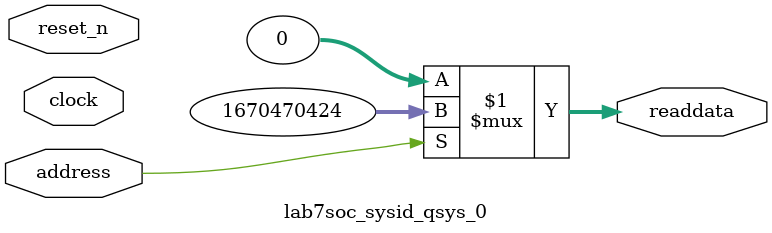
<source format=v>



// synthesis translate_off
`timescale 1ns / 1ps
// synthesis translate_on

// turn off superfluous verilog processor warnings 
// altera message_level Level1 
// altera message_off 10034 10035 10036 10037 10230 10240 10030 

module lab7soc_sysid_qsys_0 (
               // inputs:
                address,
                clock,
                reset_n,

               // outputs:
                readdata
             )
;

  output  [ 31: 0] readdata;
  input            address;
  input            clock;
  input            reset_n;

  wire    [ 31: 0] readdata;
  //control_slave, which is an e_avalon_slave
  assign readdata = address ? 1670470424 : 0;

endmodule



</source>
